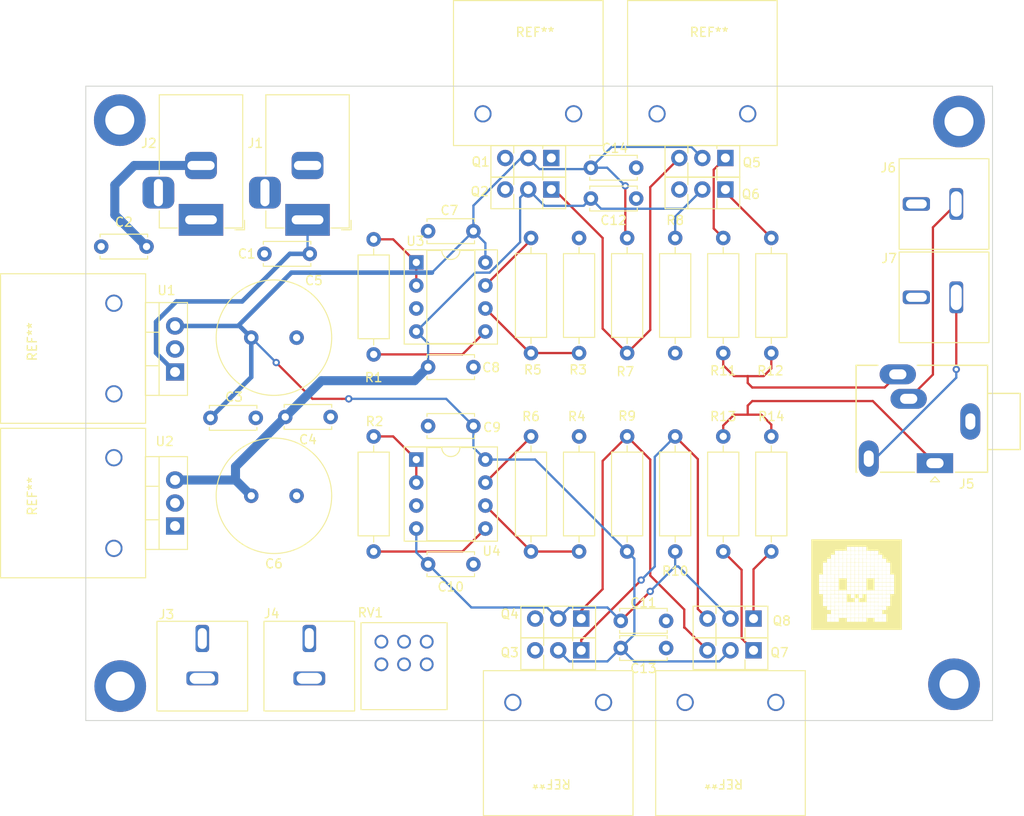
<source format=kicad_pcb>
(kicad_pcb (version 20211014) (generator pcbnew)
  (title_block (title "power_amp") (date "2022-12-12") (company "Mitsuru Sato"))
  (layers (0 "F.Cu" signal) (31 "B.Cu" signal) (34 "B.Paste" user) (35 "F.Paste" user) (36 "B.SilkS" user "B.Silkscreen") (37 "F.SilkS" user "F.Silkscreen") (38 "B.Mask" user) (39 "F.Mask" user) (44 "Edge.Cuts" user))
  (net 0 "")
  (net 1 "+6V")
  (net 2 "GND")
  (net 3 "+5V")
  (net 4 "-6V")
  (net 5 "-5V")
  (net 8 "Net-(J3-Pad1)")
  (net 9 "Net-(J4-Pad1)")
  (net 10 "Net-(J5-PadR)")
  (net 11 "Net-(R5-Pad1)")
  (net 12 "Net-(J5-PadRN)")
  (net 13 "Net-(J5-PadT)")
  (net 14 "Net-(J5-PadTN)")
  (net 15 "Net-(RV1-Pad2)")
  (net 16 "Net-(RV1-Pad5)")
  (net 17 "Net-(Q1-Pad1)")
  (net 18 "Net-(Q1-Pad3)")
  (net 19 "Net-(Q3-Pad1)")
  (net 20 "Net-(Q3-Pad3)")
  (net 21 "Net-(Q7-Pad3)")
  (net 22 "Net-(Q5-Pad1)")
  (net 23 "Net-(Q6-Pad1)")
  (net 24 "Net-(Q7-Pad1)")
  (net 25 "Net-(Q5-Pad3)")
  (net 26 "Net-(Q8-Pad1)")
  (net 27 "Net-(R1-Pad1)")
  (net 28 "Net-(R1-Pad2)")
  (net 29 "Net-(R2-Pad2)")
  (net 30 "Net-(R2-Pad1)")
  (net 31 "Net-(R6-Pad1)")
  (footprint "Package_TO_SOT_THT:TO-126-3_Vertical" (layer "F.Cu") (at 125.64 122.75 180)
    (fp_text reference "Q4" (at 7.89 0.5) (layer "F.SilkS"))
    (fp_text value "Q_PNP_ECB")
    (pad "1" thru_hole rect (at 0 0 180) (size 1.8 1.8) (drill 1) (layers *.Cu *.Mask) (net 21 "Net-(Q7-Pad3)"))
    (pad "2" thru_hole oval (at 2.54 0 180) (size 1.8 1.8) (drill 1) (layers *.Cu *.Mask) (net 5 "-5V"))
    (pad "3" thru_hole oval (at 5.08 0 180) (size 1.8 1.8) (drill 1) (layers *.Cu *.Mask) (net 20 "Net-(Q3-Pad3)"))
  )
  (footprint "Capacitor_THT:C_Disc_D5.0mm_W2.5mm_P5.00mm" (layer "F.Cu") (at 84.75 100.6)
    (fp_text reference "C3" (at 2.6 -2.3) (layer "F.SilkS"))
    (fp_text value "0.1u")
    (pad "1" thru_hole circle (at 0 0) (size 1.6 1.6) (drill 0.8) (layers *.Cu *.Mask) (net 3 "+5V"))
    (pad "2" thru_hole circle (at 5 0) (size 1.6 1.6) (drill 0.8) (layers *.Cu *.Mask) (net 2 "GND"))
  )
  (footprint "Mitsuru:BarrelJack_Horizontal" (layer "F.Cu") (at 83.7075 78.75 -90)
    (fp_text reference "J2" (at -8.45 5.75 180) (layer "F.SilkS"))
    (fp_text value "Barrel_Jack_Switch")
    (pad "1" thru_hole rect (at 0 0 270) (size 3.5 4.9) (drill oval 1 3.5) (layers *.Cu *.Mask) (net 2 "GND"))
    (pad "2" thru_hole roundrect (at -6 0 270) (size 3 3.5) (drill oval 1 3) (layers *.Cu *.Mask) (net 4 "-6V"))
    (pad "3" thru_hole roundrect (at -3 4.7 270) (size 3.5 3.5) (drill oval 3 1) (layers *.Cu *.Mask))
  )
  (footprint "Resistor_THT:R_Axial_DIN0309_L9.0mm_D3.2mm_P12.70mm_Horizontal" (layer "F.Cu") (at 130.7 80.75 -90)
    (fp_text reference "R7" (at 14.75 0.2 180) (layer "F.SilkS"))
    (fp_text value "100")
    (pad "1" thru_hole circle (at 0 0 270) (size 1.6 1.6) (drill 0.8) (layers *.Cu *.Mask) (net 3 "+5V"))
    (pad "2" thru_hole oval (at 12.7 0 270) (size 1.6 1.6) (drill 0.8) (layers *.Cu *.Mask) (net 25 "Net-(Q5-Pad3)"))
  )
  (footprint "Mitsuru:Jack_3.5mm_Ledino_KB3SPRS_Horizontal" (layer "F.Cu") (at 168.55 101 180)
    (fp_text reference "J5" (at 0.4 -6.9) (layer "F.SilkS"))
    (fp_text value "AudioJack3_SwitchTR")
    (pad "R" thru_hole oval (at 8 5.2) (size 4 2.2) (drill oval 1.9 1.1) (layers *.Cu *.Mask) (net 10 "Net-(J5-PadR)"))
    (pad "RN" thru_hole oval (at 6.8 2.5) (size 4 2.2) (drill oval 1.9 1.1) (layers *.Cu *.Mask) (net 12 "Net-(J5-PadRN)"))
    (pad "S" thru_hole oval (at 0 0) (size 2.2 4) (drill oval 1.1 1.8) (layers *.Cu *.Mask) (net 2 "GND"))
    (pad "T" thru_hole rect (at 3.9 -4.6) (size 4 2.2) (drill oval 1.9 1.1) (layers *.Cu *.Mask) (net 13 "Net-(J5-PadT)"))
    (pad "TN" thru_hole oval (at 11.2 -4.1 270) (size 4 2.2) (drill oval 1.8 1.1) (layers *.Cu *.Mask) (net 14 "Net-(J5-PadTN)"))
  )
  (footprint "Mitsuru:MJ_523" (layer "F.Cu") (at 95.65 129.35 90)
    (fp_text reference "J4" (at 7.15 -4.15 unlocked) (layer "F.SilkS"))
    (fp_text value "Conn_Coaxial")
    (pad "1" thru_hole roundrect (at 0 0 90) (size 1.524 3.5) (drill oval 1.2 2.8) (layers *.Cu *.Mask) (net 9 "Net-(J4-Pad1)"))
    (pad "2" thru_hole roundrect (at 4.4 0 180) (size 1.5 3) (drill oval 1 2.3) (layers *.Cu *.Mask) (net 2 "GND"))
  )
  (footprint "Package_DIP:DIP-8_W7.62mm_Socket" (layer "F.Cu") (at 107.45 83.45)
    (fp_text reference "U3" (at -0.1 -2.35) (layer "F.SilkS"))
    (fp_text value "NJM4580")
    (pad "1" thru_hole rect (at 0 0) (size 1.6 1.6) (drill 0.8) (layers *.Cu *.Mask) (net 27 "Net-(R1-Pad1)"))
    (pad "2" thru_hole oval (at 0 2.54) (size 1.6 1.6) (drill 0.8) (layers *.Cu *.Mask) (net 27 "Net-(R1-Pad1)"))
    (pad "3" thru_hole oval (at 0 5.08) (size 1.6 1.6) (drill 0.8) (layers *.Cu *.Mask) (net 15 "Net-(RV1-Pad2)"))
    (pad "4" thru_hole oval (at 0 7.62) (size 1.6 1.6) (drill 0.8) (layers *.Cu *.Mask) (net 5 "-5V"))
    (pad "5" thru_hole oval (at 7.62 7.62) (size 1.6 1.6) (drill 0.8) (layers *.Cu *.Mask) (net 28 "Net-(R1-Pad2)"))
    (pad "6" thru_hole oval (at 7.62 5.08) (size 1.6 1.6) (drill 0.8) (layers *.Cu *.Mask) (net 11 "Net-(R5-Pad1)"))
    (pad "7" thru_hole oval (at 7.62 2.54) (size 1.6 1.6) (drill 0.8) (layers *.Cu *.Mask) (net 18 "Net-(Q1-Pad3)"))
    (pad "8" thru_hole oval (at 7.62 0) (size 1.6 1.6) (drill 0.8) (layers *.Cu *.Mask) (net 3 "+5V"))
  )
  (footprint "Capacitor_THT:C_Disc_D5.0mm_W2.5mm_P5.00mm" (layer "F.Cu") (at 130 126)
    (fp_text reference "C13" (at 2.5 2.25) (layer "F.SilkS"))
    (fp_text value "0.1u")
    (pad "1" thru_hole circle (at 0 0) (size 1.6 1.6) (drill 0.8) (layers *.Cu *.Mask) (net 3 "+5V"))
    (pad "2" thru_hole circle (at 5 0) (size 1.6 1.6) (drill 0.8) (layers *.Cu *.Mask) (net 2 "GND"))
  )
  (footprint "Resistor_THT:R_Axial_DIN0309_L9.0mm_D3.2mm_P12.70mm_Horizontal" (layer "F.Cu") (at 141.3 80.75 -90)
    (fp_text reference "R11" (at 14.65 0 180) (layer "F.SilkS"))
    (fp_text value "0.47")
    (pad "1" thru_hole circle (at 0 0 270) (size 1.6 1.6) (drill 0.8) (layers *.Cu *.Mask) (net 22 "Net-(Q5-Pad1)"))
    (pad "2" thru_hole oval (at 12.7 0 270) (size 1.6 1.6) (drill 0.8) (layers *.Cu *.Mask) (net 10 "Net-(J5-PadR)"))
  )
  (footprint "Mitsuru:16PB017" (layer "F.Cu") (at 123.1 132 180)
    (fp_text reference "REF**" (at 0.75 -9 180 unlocked) (layer "F.SilkS"))
    (fp_text value "16PB017")
    (pad "1" thru_hole circle (at 5 0 180) (size 1.9 1.9) (drill 1.5) (layers F&B.Cu *.Mask))
    (pad "1" thru_hole circle (at -5 0 180) (size 1.9 1.9) (drill 1.5) (layers F&B.Cu *.Mask))
  )
  (footprint "Resistor_THT:R_Axial_DIN0309_L9.0mm_D3.2mm_P12.70mm_Horizontal" (layer "F.Cu") (at 141.3 115.35 90)
    (fp_text reference "R13" (at 14.9 0) (layer "F.SilkS"))
    (fp_text value "0.47")
    (pad "1" thru_hole circle (at 0 0 90) (size 1.6 1.6) (drill 0.8) (layers *.Cu *.Mask) (net 24 "Net-(Q7-Pad1)"))
    (pad "2" thru_hole oval (at 12.7 0 90) (size 1.6 1.6) (drill 0.8) (layers *.Cu *.Mask) (net 13 "Net-(J5-PadT)"))
  )
  (footprint "Capacitor_THT:C_Disc_D5.0mm_W2.5mm_P5.00mm" (layer "F.Cu") (at 108.75 116.75)
    (fp_text reference "C10" (at 2.5 2.5) (layer "F.SilkS"))
    (fp_text value "0.1u")
    (pad "1" thru_hole circle (at 0 0) (size 1.6 1.6) (drill 0.8) (layers *.Cu *.Mask) (net 5 "-5V"))
    (pad "2" thru_hole circle (at 5 0) (size 1.6 1.6) (drill 0.8) (layers *.Cu *.Mask) (net 2 "GND"))
  )
  (footprint "Mitsuru:16PB017" (layer "F.Cu") (at 142.1 132 180)
    (fp_text reference "REF**" (at 0.75 -9 180 unlocked) (layer "F.SilkS"))
    (fp_text value "16PB017")
    (pad "1" thru_hole circle (at 5 0 180) (size 1.9 1.9) (drill 1.5) (layers F&B.Cu *.Mask))
    (pad "1" thru_hole circle (at -5 0 180) (size 1.9 1.9) (drill 1.5) (layers F&B.Cu *.Mask))
  )
  (footprint "Resistor_THT:R_Axial_DIN0309_L9.0mm_D3.2mm_P12.70mm_Horizontal" (layer "F.Cu") (at 102.75 80.9 -90)
    (fp_text reference "R1" (at 15.25 0 180) (layer "F.SilkS"))
    (fp_text value "100")
    (pad "1" thru_hole circle (at 0 0 270) (size 1.6 1.6) (drill 0.8) (layers *.Cu *.Mask) (net 27 "Net-(R1-Pad1)"))
    (pad "2" thru_hole oval (at 12.7 0 270) (size 1.6 1.6) (drill 0.8) (layers *.Cu *.Mask) (net 28 "Net-(R1-Pad2)"))
  )
  (footprint "Capacitor_THT:C_Disc_D5.0mm_W2.5mm_P5.00mm" (layer "F.Cu") (at 72.7 81.7)
    (fp_text reference "C2" (at 2.5 -2.7) (layer "F.SilkS"))
    (fp_text value "0.1u")
    (pad "1" thru_hole circle (at 0 0) (size 1.6 1.6) (drill 0.8) (layers *.Cu *.Mask) (net 2 "GND"))
    (pad "2" thru_hole circle (at 5 0) (size 1.6 1.6) (drill 0.8) (layers *.Cu *.Mask) (net 4 "-6V"))
  )
  (footprint "MountingHole:MountingHole_3.2mm_M3_ISO7380_Pad" (layer "F.Cu") (at 166.75 130)
    (fp_text reference "REF4" hide)
    (fp_text value "MountingHole_3.2mm_M3_ISO7380_Pad" hide)
    (pad "1" thru_hole circle (at 0 0) (size 5.7 5.7) (drill 3.2) (layers *.Cu *.Mask) (net 2 "GND"))
  )
  (footprint "Mitsuru:16PB017" (layer "F.Cu") (at 139 67.05)
    (fp_text reference "REF**" (at 0.75 -9 unlocked) (layer "F.SilkS"))
    (fp_text value "16PB017")
    (pad "1" thru_hole circle (at 5 0) (size 1.9 1.9) (drill 1.5) (layers F&B.Cu *.Mask))
    (pad "1" thru_hole circle (at -5 0) (size 1.9 1.9) (drill 1.5) (layers F&B.Cu *.Mask))
  )
  (footprint "Package_TO_SOT_THT:TO-126-3_Vertical" (layer "F.Cu") (at 122.34 71.925 180)
    (fp_text reference "Q1" (at 7.8 -0.425) (layer "F.SilkS"))
    (fp_text value "Q_NPN_ECB")
    (pad "1" thru_hole rect (at 0 0 180) (size 1.8 1.8) (drill 1) (layers *.Cu *.Mask) (net 17 "Net-(Q1-Pad1)"))
    (pad "2" thru_hole oval (at 2.54 0 180) (size 1.8 1.8) (drill 1) (layers *.Cu *.Mask) (net 3 "+5V"))
    (pad "3" thru_hole oval (at 5.08 0 180) (size 1.8 1.8) (drill 1) (layers *.Cu *.Mask) (net 18 "Net-(Q1-Pad3)"))
  )
  (footprint "Resistor_THT:R_Axial_DIN0309_L9.0mm_D3.2mm_P12.70mm_Horizontal" (layer "F.Cu") (at 102.75 102.65 -90)
    (fp_text reference "R2" (at -1.65 -0.1 180) (layer "F.SilkS"))
    (fp_text value "100")
    (pad "1" thru_hole circle (at 0 0 270) (size 1.6 1.6) (drill 0.8) (layers *.Cu *.Mask) (net 30 "Net-(R2-Pad1)"))
    (pad "2" thru_hole oval (at 12.7 0 270) (size 1.6 1.6) (drill 0.8) (layers *.Cu *.Mask) (net 29 "Net-(R2-Pad2)"))
  )
  (footprint "Resistor_THT:R_Axial_DIN0309_L9.0mm_D3.2mm_P12.70mm_Horizontal" (layer "F.Cu") (at 130.7 115.35 90)
    (fp_text reference "R9" (at 14.95 0 180) (layer "F.SilkS"))
    (fp_text value "100")
    (pad "1" thru_hole circle (at 0 0 90) (size 1.6 1.6) (drill 0.8) (layers *.Cu *.Mask) (net 3 "+5V"))
    (pad "2" thru_hole oval (at 12.7 0 90) (size 1.6 1.6) (drill 0.8) (layers *.Cu *.Mask) (net 21 "Net-(Q7-Pad3)"))
  )
  (footprint "Package_TO_SOT_THT:TO-126-3_Vertical" (layer "F.Cu") (at 141.54 71.925 180)
    (fp_text reference "Q5" (at -2.9 -0.5) (layer "F.SilkS"))
    (fp_text value "Q_NPN_ECB")
    (pad "1" thru_hole rect (at 0 0 180) (size 1.8 1.8) (drill 1) (layers *.Cu *.Mask) (net 22 "Net-(Q5-Pad1)"))
    (pad "2" thru_hole oval (at 2.54 0 180) (size 1.8 1.8) (drill 1) (layers *.Cu *.Mask) (net 3 "+5V"))
    (pad "3" thru_hole oval (at 5.08 0 180) (size 1.8 1.8) (drill 1) (layers *.Cu *.Mask) (net 25 "Net-(Q5-Pad3)"))
  )
  (footprint "Capacitor_THT:C_Disc_D5.0mm_W2.5mm_P5.00mm" (layer "F.Cu") (at 95.7 82.5 180)
    (fp_text reference "C1" (at 6.95 0) (layer "F.SilkS"))
    (fp_text value "0.1u")
    (pad "1" thru_hole circle (at 0 0 180) (size 1.6 1.6) (drill 0.8) (layers *.Cu *.Mask) (net 1 "+6V"))
    (pad "2" thru_hole circle (at 5 0 180) (size 1.6 1.6) (drill 0.8) (layers *.Cu *.Mask) (net 2 "GND"))
  )
  (footprint "Capacitor_THT:C_Disc_D5.0mm_W2.5mm_P5.00mm" (layer "F.Cu") (at 113.75 101.5 180)
    (fp_text reference "C9" (at -2.05 -0.15) (layer "F.SilkS"))
    (fp_text value "0.1u")
    (pad "1" thru_hole circle (at 0 0 180) (size 1.6 1.6) (drill 0.8) (layers *.Cu *.Mask) (net 3 "+5V"))
    (pad "2" thru_hole circle (at 5 0 180) (size 1.6 1.6) (drill 0.8) (layers *.Cu *.Mask) (net 2 "GND"))
  )
  (footprint "Package_TO_SOT_THT:TO-126-3_Vertical" (layer "F.Cu") (at 144.64 126.25 180)
    (fp_text reference "Q7" (at -2.86 -0.25) (layer "F.SilkS"))
    (fp_text value "Q_NPN_ECB")
    (pad "1" thru_hole rect (at 0 0 180) (size 1.8 1.8) (drill 1) (layers *.Cu *.Mask) (net 24 "Net-(Q7-Pad1)"))
    (pad "2" thru_hole oval (at 2.54 0 180) (size 1.8 1.8) (drill 1) (layers *.Cu *.Mask) (net 3 "+5V"))
    (pad "3" thru_hole oval (at 5.08 0 180) (size 1.8 1.8) (drill 1) (layers *.Cu *.Mask) (net 21 "Net-(Q7-Pad3)"))
  )
  (footprint "Capacitor_THT:C_Disc_D5.0mm_W2.5mm_P5.00mm" (layer "F.Cu") (at 108.75 95)
    (fp_text reference "C8" (at 6.95 0.05) (layer "F.SilkS"))
    (fp_text value "0.1u")
    (pad "1" thru_hole circle (at 0 0) (size 1.6 1.6) (drill 0.8) (layers *.Cu *.Mask) (net 5 "-5V"))
    (pad "2" thru_hole circle (at 5 0) (size 1.6 1.6) (drill 0.8) (layers *.Cu *.Mask) (net 2 "GND"))
  )
  (footprint "Package_TO_SOT_THT:TO-220-3_Vertical" (layer "F.Cu") (at 80.845 112.54 90)
    (fp_text reference "U2" (at 9.34 -1.145 180) (layer "F.SilkS"))
    (fp_text value "L7905")
    (pad "1" thru_hole rect (at 0 0 90) (size 1.905 2) (drill 1.1) (layers *.Cu *.Mask) (net 2 "GND"))
    (pad "2" thru_hole oval (at 2.54 0 90) (size 1.905 2) (drill 1.1) (layers *.Cu *.Mask) (net 4 "-6V"))
    (pad "3" thru_hole oval (at 5.08 0 90) (size 1.905 2) (drill 1.1) (layers *.Cu *.Mask) (net 5 "-5V"))
  )
  (footprint "Package_TO_SOT_THT:TO-126-3_Vertical" (layer "F.Cu") (at 122.34 75.4 180)
    (fp_text reference "Q2" (at 7.9 -0.225) (layer "F.SilkS"))
    (fp_text value "Q_PNP_ECB")
    (pad "1" thru_hole rect (at 0 0 180) (size 1.8 1.8) (drill 1) (layers *.Cu *.Mask) (net 25 "Net-(Q5-Pad3)"))
    (pad "2" thru_hole oval (at 2.54 0 180) (size 1.8 1.8) (drill 1) (layers *.Cu *.Mask) (net 5 "-5V"))
    (pad "3" thru_hole oval (at 5.08 0 180) (size 1.8 1.8) (drill 1) (layers *.Cu *.Mask) (net 18 "Net-(Q1-Pad3)"))
  )
  (footprint "Package_TO_SOT_THT:TO-126-3_Vertical" (layer "F.Cu") (at 141.54 75.4 180)
    (fp_text reference "Q6" (at -2.8 -0.525) (layer "F.SilkS"))
    (fp_text value "Q_PNP_ECB")
    (pad "1" thru_hole rect (at 0 0 180) (size 1.8 1.8) (drill 1) (layers *.Cu *.Mask) (net 23 "Net-(Q6-Pad1)"))
    (pad "2" thru_hole oval (at 2.54 0 180) (size 1.8 1.8) (drill 1) (layers *.Cu *.Mask) (net 5 "-5V"))
    (pad "3" thru_hole oval (at 5.08 0 180) (size 1.8 1.8) (drill 1) (layers *.Cu *.Mask) (net 17 "Net-(Q1-Pad1)"))
  )
  (footprint "Mitsuru:MJ_523" (layer "F.Cu") (at 167 77 180)
    (fp_text reference "J6" (at 7.5 4 unlocked) (layer "F.SilkS"))
    (fp_text value "Conn_Coaxial")
    (pad "1" thru_hole roundrect (at 0 0 180) (size 1.524 3.5) (drill oval 1.2 2.8) (layers *.Cu *.Mask) (net 12 "Net-(J5-PadRN)"))
    (pad "2" thru_hole roundrect (at 4.4 0 270) (size 1.5 3) (drill oval 1 2.3) (layers *.Cu *.Mask) (net 2 "GND"))
  )
  (footprint "Mitsuru:2_volume" (layer "F.Cu") (at 106.1 127.8 -90)
    (fp_text reference "RV1" (at -5.7 3.7 unlocked) (layer "F.SilkS"))
    (fp_text value "R_Potentiometer_Dual_Separate")
    (pad "1" thru_hole circle (at 0 2.5 270) (size 1.524 1.524) (drill 1.1) (layers *.Cu *.Mask) (net 8 "Net-(J3-Pad1)"))
    (pad "2" thru_hole circle (at 0 0 270) (size 1.524 1.524) (drill 1.1) (layers *.Cu *.Mask) (net 15 "Net-(RV1-Pad2)"))
    (pad "3" thru_hole circle (at 0 -2.5 270) (size 1.524 1.524) (drill 1.1) (layers *.Cu *.Mask) (net 2 "GND"))
    (pad "4" thru_hole circle (at -2.5 2.5 270) (size 1.524 1.524) (drill 1.1) (layers *.Cu *.Mask) (net 9 "Net-(J4-Pad1)"))
    (pad "5" thru_hole circle (at -2.5 0 270) (size 1.524 1.524) (drill 1.1) (layers *.Cu *.Mask) (net 16 "Net-(RV1-Pad5)"))
    (pad "6" thru_hole circle (at -2.5 -2.5 270) (size 1.524 1.524) (drill 1.1) (layers *.Cu *.Mask) (net 2 "GND"))
  )
  (footprint "MountingHole:MountingHole_3.2mm_M3_ISO7380_Pad" (layer "F.Cu") (at 74.8 130.2)
    (fp_text reference "REF3" hide)
    (fp_text value "MountingHole_3.2mm_M3_ISO7380_Pad" hide)
    (pad "1" thru_hole circle (at 0 0) (size 5.7 5.7) (drill 3.2) (layers *.Cu *.Mask) (net 2 "GND"))
  )
  (footprint "Capacitor_THT:C_Radial_D12.5mm_H20.0mm_P5.00mm" (layer "F.Cu") (at 89.25 91.75)
    (fp_text reference "C5" (at 6.9 -6.3) (layer "F.SilkS"))
    (fp_text value "1000u")
    (pad "1" thru_hole circle (at 0 0) (size 1.6 1.6) (drill 0.8) (layers *.Cu *.Mask) (net 3 "+5V"))
    (pad "2" thru_hole circle (at 5 0) (size 1.6 1.6) (drill 0.8) (layers *.Cu *.Mask) (net 2 "GND"))
  )
  (footprint "Resistor_THT:R_Axial_DIN0309_L9.0mm_D3.2mm_P12.70mm_Horizontal" (layer "F.Cu") (at 120.1 115.35 90)
    (fp_text reference "R6" (at 14.9 0 180) (layer "F.SilkS"))
    (fp_text value "10k")
    (pad "1" thru_hole circle (at 0 0 90) (size 1.6 1.6) (drill 0.8) (layers *.Cu *.Mask) (net 31 "Net-(R6-Pad1)"))
    (pad "2" thru_hole oval (at 12.7 0 90) (size 1.6 1.6) (drill 0.8) (layers *.Cu *.Mask) (net 20 "Net-(Q3-Pad3)"))
  )
  (footprint "Mitsuru:MJ_523" (layer "F.Cu") (at 83.85 129.35 90)
    (fp_text reference "J3" (at 7.05 -3.95 unlocked) (layer "F.SilkS"))
    (fp_text value "Conn_Coaxial")
    (pad "1" thru_hole roundrect (at 0 0 90) (size 1.524 3.5) (drill oval 1.2 2.8) (layers *.Cu *.Mask) (net 8 "Net-(J3-Pad1)"))
    (pad "2" thru_hole roundrect (at 4.4 0 180) (size 1.5 3) (drill oval 1 2.3) (layers *.Cu *.Mask) (net 2 "GND"))
  )
  (footprint "Capacitor_THT:C_Disc_D5.0mm_W2.5mm_P5.00mm" (layer "F.Cu") (at 126.7 76.4)
    (fp_text reference "C12" (at 2.5 2.4) (layer "F.SilkS"))
    (fp_text value "0.1u")
    (pad "1" thru_hole circle (at 0 0) (size 1.6 1.6) (drill 0.8) (layers *.Cu *.Mask) (net 5 "-5V"))
    (pad "2" thru_hole circle (at 5 0) (size 1.6 1.6) (drill 0.8) (layers *.Cu *.Mask) (net 2 "GND"))
  )
  (footprint "Mitsuru:16PB017" (layer "F.Cu") (at 74.1 110 90)
    (fp_text reference "REF**" (at 0.75 -9 90 unlocked) (layer "F.SilkS"))
    (fp_text value "16PB017")
    (pad "1" thru_hole circle (at -5 0 90) (size 1.9 1.9) (drill 1.5) (layers *.Cu *.Mask))
    (pad "1" thru_hole circle (at 5 0 90) (size 1.9 1.9) (drill 1.5) (layers *.Mask "F.Cu" "In1.Cu" "B.Cu"))
  )
  (footprint "Resistor_THT:R_Axial_DIN0309_L9.0mm_D3.2mm_P12.70mm_Horizontal" (layer "F.Cu") (at 125.4 93.45 90)
    (fp_text reference "R3" (at -1.85 -0.1 180) (layer "F.SilkS"))
    (fp_text value "1k")
    (pad "1" thru_hole circle (at 0 0 90) (size 1.6 1.6) (drill 0.8) (layers *.Cu *.Mask) (net 11 "Net-(R5-Pad1)"))
    (pad "2" thru_hole oval (at 12.7 0 90) (size 1.6 1.6) (drill 0.8) (layers *.Cu *.Mask) (net 2 "GND"))
  )
  (footprint "Resistor_THT:R_Axial_DIN0309_L9.0mm_D3.2mm_P12.70mm_Horizontal" (layer "F.Cu") (at 136 102.65 -90)
    (fp_text reference "R10" (at 14.85 0) (layer "F.SilkS"))
    (fp_text value "100")
    (pad "1" thru_hole circle (at 0 0 270) (size 1.6 1.6) (drill 0.8) (layers *.Cu *.Mask) (net 19 "Net-(Q3-Pad1)"))
    (pad "2" thru_hole oval (at 12.7 0 270) (size 1.6 1.6) (drill 0.8) (layers *.Cu *.Mask) (net 5 "-5V"))
  )
  (footprint "Mitsuru:16PB017" (layer "F.Cu") (at 74.1 92.95 90)
    (fp_text reference "REF**" (at 0.75 -9 90 unlocked) (layer "F.SilkS"))
    (fp_text value "16PB017")
    (pad "1" thru_hole circle (at 5 0 90) (size 1.9 1.9) (drill 1.5) (layers F&B.Cu *.Mask))
    (pad "1" thru_hole circle (at -5 0 90) (size 1.9 1.9) (drill 1.5) (layers F&B.Cu *.Mask))
  )
  (footprint "Mitsuru:donnchann" (layer "F.Cu") (at 156 119)
    (fp_text reference "G***" hide)
    (fp_text value "LOGO" hide)
  )
  (footprint "Capacitor_THT:C_Disc_D5.0mm_W2.5mm_P5.00mm" (layer "F.Cu") (at 126.7 73)
    (fp_text reference "C14" (at 2.65 -2.15) (layer "F.SilkS"))
    (fp_text value "0.1u")
    (pad "1" thru_hole circle (at 0 0) (size 1.6 1.6) (drill 0.8) (layers *.Cu *.Mask) (net 3 "+5V"))
    (pad "2" thru_hole circle (at 5 0) (size 1.6 1.6) (drill 0.8) (layers *.Cu *.Mask) (net 2 "GND"))
  )
  (footprint "Mitsuru:BarrelJack_Horizontal" (layer "F.Cu") (at 95.4575 78.75 -90)
    (fp_text reference "J1" (at -8.45 5.75 180) (layer "F.SilkS"))
    (fp_text value "Barrel_Jack_Switch")
    (pad "1" thru_hole rect (at 0 0 270) (size 3.5 4.9) (drill oval 1 3.5) (layers *.Cu *.Mask) (net 1 "+6V"))
    (pad "2" thru_hole roundrect (at -6 0 270) (size 3 3.5) (drill oval 1 3) (layers *.Cu *.Mask) (net 2 "GND"))
    (pad "3" thru_hole roundrect (at -3 4.7 270) (size 3.5 3.5) (drill oval 3 1) (layers *.Cu *.Mask))
  )
  (footprint "Capacitor_THT:C_Radial_D12.5mm_H20.0mm_P5.00mm" (layer "F.Cu") (at 94.25 109.2 180)
    (fp_text reference "C6" (at 2.5 -7.5) (layer "F.SilkS"))
    (fp_text value "1000u")
    (pad "1" thru_hole circle (at 0 0 180) (size 1.6 1.6) (drill 0.8) (layers *.Cu *.Mask) (net 2 "GND"))
    (pad "2" thru_hole circle (at 5 0 180) (size 1.6 1.6) (drill 0.8) (layers *.Cu *.Mask) (net 5 "-5V"))
  )
  (footprint "Capacitor_THT:C_Disc_D5.0mm_W2.5mm_P5.00mm" (layer "F.Cu") (at 113.75 80 180)
    (fp_text reference "C7" (at 2.65 2.3) (layer "F.SilkS"))
    (fp_text value "0.1u")
    (pad "1" thru_hole circle (at 0 0 180) (size 1.6 1.6) (drill 0.8) (layers *.Cu *.Mask) (net 3 "+5V"))
    (pad "2" thru_hole circle (at 5 0 180) (size 1.6 1.6) (drill 0.8) (layers *.Cu *.Mask) (net 2 "GND"))
  )
  (footprint "Package_TO_SOT_THT:TO-126-3_Vertical" (layer "F.Cu") (at 144.64 122.75 180)
    (fp_text reference "Q8" (at -3.11 -0.25) (layer "F.SilkS"))
    (fp_text value "Q_PNP_ECB")
    (pad "1" thru_hole rect (at 0 0 180) (size 1.8 1.8) (drill 1) (layers *.Cu *.Mask) (net 26 "Net-(Q8-Pad1)"))
    (pad "2" thru_hole oval (at 2.54 0 180) (size 1.8 1.8) (drill 1) (layers *.Cu *.Mask) (net 5 "-5V"))
    (pad "3" thru_hole oval (at 5.08 0 180) (size 1.8 1.8) (drill 1) (layers *.Cu *.Mask) (net 19 "Net-(Q3-Pad1)"))
  )
  (footprint "Package_TO_SOT_THT:TO-126-3_Vertical" (layer "F.Cu") (at 125.64 126.25 180)
    (fp_text reference "Q3" (at 7.89 -0.25) (layer "F.SilkS"))
    (fp_text value "Q_NPN_ECB")
    (pad "1" thru_hole rect (at 0 0 180) (size 1.8 1.8) (drill 1) (layers *.Cu *.Mask) (net 19 "Net-(Q3-Pad1)"))
    (pad "2" thru_hole oval (at 2.54 0 180) (size 1.8 1.8) (drill 1) (layers *.Cu *.Mask) (net 3 "+5V"))
    (pad "3" thru_hole oval (at 5.08 0 180) (size 1.8 1.8) (drill 1) (layers *.Cu *.Mask) (net 20 "Net-(Q3-Pad3)"))
  )
  (footprint "MountingHole:MountingHole_3.2mm_M3_ISO7380_Pad" (layer "F.Cu") (at 167.3 67.9)
    (fp_text reference "REF2" hide)
    (fp_text value "MountingHole_3.2mm_M3_ISO7380_Pad" hide)
    (pad "1" thru_hole circle (at 0 0) (size 5.7 5.7) (drill 3.2) (layers *.Cu *.Mask) (net 2 "GND"))
  )
  (footprint "MountingHole:MountingHole_3.2mm_M3_ISO7380_Pad" (layer "F.Cu") (at 74.75 67.75)
    (fp_text reference "REF1" hide)
    (fp_text value "MountingHole_3.2mm_M3_ISO7380_Pad" hide)
    (pad "1" thru_hole circle (at 0 0) (size 5.7 5.7) (drill 3.2) (layers *.Cu *.Mask) (net 2 "GND"))
  )
  (footprint "Resistor_THT:R_Axial_DIN0309_L9.0mm_D3.2mm_P12.70mm_Horizontal" (layer "F.Cu") (at 120.1 93.45 90)
    (fp_text reference "R5" (at -1.85 0.2 180) (layer "F.SilkS"))
    (fp_text value "10k")
    (pad "1" thru_hole circle (at 0 0 90) (size 1.6 1.6) (drill 0.8) (layers *.Cu *.Mask) (net 11 "Net-(R5-Pad1)"))
    (pad "2" thru_hole oval (at 12.7 0 90) (size 1.6 1.6) (drill 0.8) (layers *.Cu *.Mask) (net 18 "Net-(Q1-Pad3)"))
  )
  (footprint "Mitsuru:16PB017" (layer "F.Cu") (at 119.8 67.05)
    (fp_text reference "REF**" (at 0.75 -9 unlocked) (layer "F.SilkS"))
    (fp_text value "16PB017")
    (pad "1" thru_hole circle (at 5 0) (size 1.9 1.9) (drill 1.5) (layers *.Mask "F.Cu" "In1.Cu" "B.Cu"))
    (pad "1" thru_hole circle (at -5 0) (size 1.9 1.9) (drill 1.5) (layers *.Cu *.Mask))
  )
  (footprint "Package_DIP:DIP-8_W7.62mm_Socket" (layer "F.Cu") (at 107.45 105.2)
    (fp_text reference "U4" (at 8.3 10.1) (layer "F.SilkS"))
    (fp_text value "NJM4580")
    (pad "1" thru_hole rect (at 0 0) (size 1.6 1.6) (drill 0.8) (layers *.Cu *.Mask) (net 30 "Net-(R2-Pad1)"))
    (pad "2" thru_hole oval (at 0 2.54) (size 1.6 1.6) (drill 0.8) (layers *.Cu *.Mask) (net 30 "Net-(R2-Pad1)"))
    (pad "3" thru_hole oval (at 0 5.08) (size 1.6 1.6) (drill 0.8) (layers *.Cu *.Mask) (net 16 "Net-(RV1-Pad5)"))
    (pad "4" thru_hole oval (at 0 7.62) (size 1.6 1.6) (drill 0.8) (layers *.Cu *.Mask) (net 5 "-5V"))
    (pad "5" thru_hole oval (at 7.62 7.62) (size 1.6 1.6) (drill 0.8) (layers *.Cu *.Mask) (net 29 "Net-(R2-Pad2)"))
    (pad "6" thru_hole oval (at 7.62 5.08) (size 1.6 1.6) (drill 0.8) (layers *.Cu *.Mask) (net 31 "Net-(R6-Pad1)"))
    (pad "7" thru_hole oval (at 7.62 2.54) (size 1.6 1.6) (drill 0.8) (layers *.Cu *.Mask) (net 20 "Net-(Q3-Pad3)"))
    (pad "8" thru_hole oval (at 7.62 0) (size 1.6 1.6) (drill 0.8) (layers *.Cu *.Mask) (net 3 "+5V"))
  )
  (footprint "Capacitor_THT:C_Disc_D5.0mm_W2.5mm_P5.00mm" (layer "F.Cu") (at 98 100.5 180)
    (fp_text reference "C4" (at 2.5 -2.5) (layer "F.SilkS"))
    (fp_text value "0.1u")
    (pad "1" thru_hole circle (at 0 0 180) (size 1.6 1.6) (drill 0.8) (layers *.Cu *.Mask) (net 2 "GND"))
    (pad "2" thru_hole circle (at 5 0 180) (size 1.6 1.6) (drill 0.8) (layers *.Cu *.Mask) (net 5 "-5V"))
  )
  (footprint "Resistor_THT:R_Axial_DIN0309_L9.0mm_D3.2mm_P12.70mm_Horizontal" (layer "F.Cu") (at 146.6 93.45 90)
    (fp_text reference "R12" (at -1.95 -0.1 180) (layer "F.SilkS"))
    (fp_text value "0.47")
    (pad "1" thru_hole circle (at 0 0 90) (size 1.6 1.6) (drill 0.8) (layers *.Cu *.Mask) (net 10 "Net-(J5-PadR)"))
    (pad "2" thru_hole oval (at 12.7 0 90) (size 1.6 1.6) (drill 0.8) (layers *.Cu *.Mask) (net 23 "Net-(Q6-Pad1)"))
  )
  (footprint "Mitsuru:MJ_523" (layer "F.Cu") (at 167 87.3 180)
    (fp_text reference "J7" (at 7.4 4.3 unlocked) (layer "F.SilkS"))
    (fp_text value "Conn_Coaxial")
    (pad "1" thru_hole roundrect (at 0 0 180) (size 1.524 3.5) (drill oval 1.2 2.8) (layers *.Cu *.Mask) (net 14 "Net-(J5-PadTN)"))
    (pad "2" thru_hole roundrect (at 4.4 0 270) (size 1.5 3) (drill oval 1 2.3) (layers *.Cu *.Mask) (net 2 "GND"))
  )
  (footprint "Capacitor_THT:C_Disc_D5.0mm_W2.5mm_P5.00mm" (layer "F.Cu") (at 130 123)
    (fp_text reference "C11" (at 2.5 -2) (layer "F.SilkS"))
    (fp_text value "0.1u")
    (pad "1" thru_hole circle (at 0 0) (size 1.6 1.6) (drill 0.8) (layers *.Cu *.Mask) (net 5 "-5V"))
    (pad "2" thru_hole circle (at 5 0) (size 1.6 1.6) (drill 0.8) (layers *.Cu *.Mask) (net 2 "GND"))
  )
  (footprint "Resistor_THT:R_Axial_DIN0309_L9.0mm_D3.2mm_P12.70mm_Horizontal" (layer "F.Cu") (at 125.4 115.35 90)
    (fp_text reference "R4" (at 14.9 -0.25 180) (layer "F.SilkS"))
    (fp_text value "1k")
    (pad "1" thru_hole circle (at 0 0 90) (size 1.6 1.6) (drill 0.8) (layers *.Cu *.Mask) (net 31 "Net-(R6-Pad1)"))
    (pad "2" thru_hole oval (at 12.7 0 90) (size 1.6 1.6) (drill 0.8) (layers *.Cu *.Mask) (net 2 "GND"))
  )
  (footprint "Resistor_THT:R_Axial_DIN0309_L9.0mm_D3.2mm_P12.70mm_Horizontal" (layer "F.Cu") (at 136 93.45 90)
    (fp_text reference "R8" (at 14.65 0) (layer "F.SilkS"))
    (fp_text value "100")
    (pad "1" thru_hole circle (at 0 0 90) (size 1.6 1.6) (drill 0.8) (layers *.Cu *.Mask) (net 17 "Net-(Q1-Pad1)"))
    (pad "2" thru_hole oval (at 12.7 0 90) (size 1.6 1.6) (drill 0.8) (layers *.Cu *.Mask) (net 5 "-5V"))
  )
  (footprint "Package_TO_SOT_THT:TO-220-3_Vertical" (layer "F.Cu") (at 80.845 95.54 90)
    (fp_text reference "U1" (at 9 -0.9495 180) (layer "F.SilkS"))
    (fp_text value "L7805")
    (pad "1" thru_hole rect (at 0 0 90) (size 1.905 2) (drill 1.1) (layers *.Cu *.Mask) (net 1 "+6V"))
    (pad "2" thru_hole oval (at 2.54 0 90) (size 1.905 2) (drill 1.1) (layers *.Cu *.Mask) (net 2 "GND"))
    (pad "3" thru_hole oval (at 5.08 0 90) (size 1.905 2) (drill 1.1) (layers *.Cu *.Mask) (net 3 "+5V"))
  )
  (footprint "Resistor_THT:R_Axial_DIN0309_L9.0mm_D3.2mm_P12.70mm_Horizontal" (layer "F.Cu") (at 146.6 102.65 -90)
    (fp_text reference "R14" (at -2.2 0) (layer "F.SilkS"))
    (fp_text value "0.47")
    (pad "1" thru_hole circle (at 0 0 270) (size 1.6 1.6) (drill 0.8) (layers *.Cu *.Mask) (net 13 "Net-(J5-PadT)"))
    (pad "2" thru_hole oval (at 12.7 0 270) (size 1.6 1.6) (drill 0.8) (layers *.Cu *.Mask) (net 26 "Net-(Q8-Pad1)"))
  )
  (gr_line (start 71 64) (end 171 64) (layer "Edge.Cuts") (width 0.1))
  (gr_line (start 171 134) (end 171 64) (layer "Edge.Cuts") (width 0.1))
  (gr_line (start 71 134) (end 71 64) (layer "Edge.Cuts") (width 0.1))
  (gr_line (start 71 134) (end 171 134) (layer "Edge.Cuts") (width 0.1))
  (segment (start 78.75 93.445) (end 80.845 95.54) (width 0.5) (layer "B.Cu") (net 1))
  (segment (start 88.25 87.75) (end 81 87.75) (width 0.5) (layer "B.Cu") (net 1))
  (segment (start 93.5 82.5) (end 88.25 87.75) (width 0.5) (layer "B.Cu") (net 1))
  (segment (start 95.4575 82.2575) (end 95.7 82.5) (width 0.25) (layer "B.Cu") (net 1))
  (segment (start 81 87.75) (end 78.75 90) (width 0.5) (layer "B.Cu") (net 1))
  (segment (start 95.7 82.5) (end 93.5 82.5) (width 0.5) (layer "B.Cu") (net 1))
  (segment (start 78.75 90) (end 78.75 93.445) (width 0.5) (layer "B.Cu") (net 1))
  (segment (start 95.4575 78.75) (end 95.4575 82.2575) (width 0.25) (layer "B.Cu") (net 1))
  (segment (start 130.5 75) (end 130.5 80.55) (width 0.25) (layer "F.Cu") (net 3))
  (segment (start 130.5 80.55) (end 130.7 80.75) (width 0.25) (layer "F.Cu") (net 3))
  (segment (start 96 98.5) (end 99.25 98.5) (width 0.25) (layer "F.Cu") (net 3))
  (segment (start 92 94.5) (end 96 98.5) (width 0.25) (layer "F.Cu") (net 3))
  (segment (start 99.25 98.5) (end 100 98.5) (width 0.25) (layer "F.Cu") (net 3))
  (via (at 100 98.5) (size 0.8) (drill 0.4) (layers "F.Cu" "B.Cu") (net 3))
  (via (at 130.5 75) (size 0.8) (drill 0.4) (layers "F.Cu" "B.Cu") (net 3))
  (via (at 100 98.5) (size 0.8) (drill 0.4) (layers "F.Cu" "B.Cu") (net 3))
  (via (at 92 94.5) (size 0.8) (drill 0.4) (layers "F.Cu" "B.Cu") (net 3))
  (segment (start 123.1 126.25) (end 124.325 127.475) (width 0.25) (layer "B.Cu") (net 3))
  (segment (start 131.475 127.475) (end 140.875 127.475) (width 0.25) (layer "B.Cu") (net 3))
  (segment (start 131.499999 124.500001) (end 130 126) (width 0.25) (layer "B.Cu") (net 3))
  (segment (start 115.07 81.32) (end 113.75 80) (width 0.25) (layer "B.Cu") (net 3))
  (segment (start 87.79 90.46) (end 93.675 84.575) (width 0.5) (layer "B.Cu") (net 3))
  (segment (start 140.875 127.475) (end 142.1 126.25) (width 0.25) (layer "B.Cu") (net 3))
  (segment (start 128.525 127.475) (end 130 126) (width 0.25) (layer "B.Cu") (net 3))
  (segment (start 129 70.7) (end 137.775 70.7) (width 0.25) (layer "B.Cu") (net 3))
  (segment (start 126.7 73) (end 129 70.7) (width 0.25) (layer "B.Cu") (net 3))
  (segment (start 115.07 105.2) (end 120.55 105.2) (width 0.25) (layer "B.Cu") (net 3))
  (segment (start 113.75 103.88) (end 115.07 105.2) (width 0.25) (layer "B.Cu") (net 3))
  (segment (start 119.8 71.925) (end 121.025 73.15) (width 0.25) (layer "B.Cu") (net 3))
  (segment (start 80.845 90.46) (end 87.79 90.46) (width 0.5) (layer "B.Cu") (net 3))
  (segment (start 110.75 98.5) (end 113.75 101.5) (width 0.25) (layer "B.Cu") (net 3))
  (segment (start 126.55 73.15) (end 126.7 73) (width 0.25) (layer "B.Cu") (net 3))
  (segment (start 113.75 77.177588) (end 119.002588 71.925) (width 0.25) (layer "B.Cu") (net 3))
  (segment (start 120.55 105.2) (end 130.7 115.35) (width 0.25) (layer "B.Cu") (net 3))
  (segment (start 124.325 127.475) (end 128.525 127.475) (width 0.25) (layer "B.Cu") (net 3))
  (segment (start 131.499999 116.149999) (end 131.499999 124.500001) (width 0.25) (layer "B.Cu") (net 3))
  (segment (start 121.025 73.15) (end 126.55 73.15) (width 0.25) (layer "B.Cu") (net 3))
  (segment (start 89.25 91.75) (end 92 94.5) (width 0.25) (layer "B.Cu") (net 3))
  (segment (start 113.75 101.5) (end 113.75 103.88) (width 0.25) (layer "B.Cu") (net 3))
  (segment (start 130.7 115.35) (end 131.499999 116.149999) (width 0.25) (layer "B.Cu") (net 3))
  (segment (start 100 98.5) (end 110.75 98.5) (width 0.25) (layer "B.Cu") (net 3))
  (segment (start 89.25 91.75) (end 89.25 96.1) (width 0.5) (layer "B.Cu") (net 3))
  (segment (start 109.175 84.575) (end 113.75 80) (width 0.25) (layer "B.Cu") (net 3))
  (segment (start 126.7 73) (end 128.5 73) (width 0.25) (layer "B.Cu") (net 3))
  (segment (start 128.5 73) (end 130.5 75) (width 0.25) (layer "B.Cu") (net 3))
  (segment (start 87.96 90.46) (end 89.25 91.75) (width 0.5) (layer "B.Cu") (net 3))
  (segment (start 115.07 83.45) (end 115.07 81.32) (width 0.25) (layer "B.Cu") (net 3))
  (segment (start 137.775 70.7) (end 139 71.925) (width 0.25) (layer "B.Cu") (net 3))
  (segment (start 113.75 80) (end 113.75 77.177588) (width 0.25) (layer "B.Cu") (net 3))
  (segment (start 130 126) (end 131.475 127.475) (width 0.25) (layer "B.Cu") (net 3))
  (segment (start 119.002588 71.925) (end 119.8 71.925) (width 0.25) (layer "B.Cu") (net 3))
  (segment (start 93.675 84.575) (end 109.175 84.575) (width 0.5) (layer "B.Cu") (net 3))
  (segment (start 89.25 96.1) (end 84.75 100.6) (width 0.5) (layer "B.Cu") (net 3))
  (segment (start 83.7075 72.75) (end 76.35 72.75) (width 1) (layer "B.Cu") (net 4))
  (segment (start 74.2 78.2) (end 77.7 81.7) (width 1) (layer "B.Cu") (net 4))
  (segment (start 76.35 72.75) (end 74.2 74.9) (width 1) (layer "B.Cu") (net 4))
  (segment (start 74.2 74.9) (end 74.2 78.2) (width 1) (layer "B.Cu") (net 4))
  (segment (start 130 123) (end 133.25 119.75) (width 0.25) (layer "F.Cu") (net 5))
  (via (at 133.25 119.75) (size 0.8) (drill 0.4) (layers "F.Cu" "B.Cu") (net 5))
  (segment (start 87.51 105.99) (end 87.51 107.46) (width 1) (layer "B.Cu") (net 5))
  (segment (start 118.9 76.3) (end 119.8 75.4) (width 0.25) (layer "B.Cu") (net 5))
  (segment (start 136 117) (end 136.35 117) (width 0.25) (layer "B.Cu") (net 5))
  (segment (start 97 96.5) (end 107.25 96.5) (width 1) (layer "B.Cu") (net 5))
  (segment (start 136.35 117) (end 142.1 122.75) (width 0.25) (layer "B.Cu") (net 5))
  (segment (start 80.845 107.46) (end 87.51 107.46) (width 1) (layer "B.Cu") (net 5))
  (segment (start 133.25 119.75) (end 136 117) (width 0.25) (layer "B.Cu") (net 5))
  (segment (start 136 117) (end 136 115.35) (width 0.25) (layer "B.Cu") (net 5))
  (segment (start 127.825 77.525) (end 136.875 77.525) (width 0.25) (layer "B.Cu") (net 5))
  (segment (start 121.599999 77.199999) (end 125.900001 77.199999) (width 0.25) (layer "B.Cu") (net 5))
  (segment (start 124.325 121.525) (end 128.525 121.525) (width 0.25) (layer "B.Cu") (net 5))
  (segment (start 119.8 75.4) (end 121.599999 77.199999) (width 0.25) (layer "B.Cu") (net 5))
  (segment (start 123.1 122.75) (end 124.325 121.525) (width 0.25) (layer "B.Cu") (net 5))
  (segment (start 108.75 92.37) (end 107.45 91.07) (width 0.25) (layer "B.Cu") (net 5))
  (segment (start 107.45 115.45) (end 108.75 116.75) (width 0.25) (layer "B.Cu") (net 5))
  (segment (start 107.45 112.82) (end 107.45 115.45) (width 0.25) (layer "B.Cu") (net 5))
  (segment (start 136 78.4) (end 136 80.75) (width 0.25) (layer "B.Cu") (net 5))
  (segment (start 107.25 96.5) (end 108.75 95) (width 1) (layer "B.Cu") (net 5))
  (segment (start 93 100.5) (end 87.51 105.99) (width 1) (layer "B.Cu") (net 5))
  (segment (start 126.7 76.4) (end 127.825 77.525) (width 0.25) (layer "B.Cu") (net 5))
  (segment (start 93 100.5) (end 97 96.5) (width 1) (layer "B.Cu") (net 5))
  (segment (start 87.51 107.46) (end 89.25 109.2) (width 1) (layer "B.Cu") (net 5))
  (segment (start 108.75 116.75) (end 113.525 121.525) (width 0.25) (layer "B.Cu") (net 5))
  (segment (start 115.535991 84.575) (end 118.9 81.210991) (width 0.25) (layer "B.Cu") (net 5))
  (segment (start 136.875 77.525) (end 136 78.4) (width 0.25) (layer "B.Cu") (net 5))
  (segment (start 107.45 91.07) (end 113.945 84.575) (width 0.25) (layer "B.Cu") (net 5))
  (segment (start 125.900001 77.199999) (end 126.7 76.4) (width 0.25) (layer "B.Cu") (net 5))
  (segment (start 108.75 95) (end 108.75 92.37) (width 0.25) (layer "B.Cu") (net 5))
  (segment (start 113.525 121.525) (end 121.875 121.525) (width 0.25) (layer "B.Cu") (net 5))
  (segment (start 121.875 121.525) (end 123.1 122.75) (width 0.25) (layer "B.Cu") (net 5))
  (segment (start 118.9 81.210991) (end 118.9 76.3) (width 0.25) (layer "B.Cu") (net 5))
  (segment (start 113.945 84.575) (end 115.535991 84.575) (width 0.25) (layer "B.Cu") (net 5))
  (segment (start 128.525 121.525) (end 130 123) (width 0.25) (layer "B.Cu") (net 5))
  (segment (start 136.875 77.525) (end 139 75.4) (width 0.25) (layer "B.Cu") (net 5))
  (segment (start 144.5 97.25) (end 159.1 97.25) (width 0.25) (layer "F.Cu") (net 10))
  (segment (start 144 96) (end 145.75 96) (width 0.25) (layer "F.Cu") (net 10))
  (segment (start 144 96) (end 144 96.75) (width 0.25) (layer "F.Cu") (net 10))
  (segment (start 141.3 93.45) (end 141.3 94.8) (width 0.25) (layer "F.Cu") (net 10))
  (segment (start 144 96.75) (end 144.5 97.25) (width 0.25) (layer "F.Cu") (net 10))
  (segment (start 145.75 96) (end 146.6 95.15) (width 0.25) (layer "F.Cu") (net 10))
  (segment (start 141.3 94.8) (end 142.5 96) (width 0.25) (layer "F.Cu") (net 10))
  (segment (start 142.5 96) (end 144 96) (width 0.25) (layer "F.Cu") (net 10))
  (segment (start 159.1 97.25) (end 160.55 95.8) (width 0.25) (layer "F.Cu") (net 10))
  (segment (start 146.6 95.15) (end 146.6 93.45) (width 0.25) (layer "F.Cu") (net 10))
  (segment (start 119.99 93.45) (end 120.1 93.45) (width 0.25) (layer "F.Cu") (net 11))
  (segment (start 115.07 88.53) (end 119.99 93.45) (width 0.25) (layer "F.Cu") (net 11))
  (segment (start 120.1 93.45) (end 125.4 93.45) (width 0.25) (layer "F.Cu") (net 11))
  (segment (start 164.425 79.575) (end 167 77) (width 0.25) (layer "F.Cu") (net 12))
  (segment (start 161.75 98.5) (end 164.425 95.825) (width 0.25) (layer "F.Cu") (net 12))
  (segment (start 164.425 95.825) (end 164.425 79.575) (width 0.25) (layer "F.Cu") (net 12))
  (segment (start 141.3 101.45) (end 142.5 100.25) (width 0.25) (layer "F.Cu") (net 13))
  (segment (start 144 99.25) (end 144.5 98.75) (width 0.25) (layer "F.Cu") (net 13))
  (segment (start 145.5 100.25) (end 146.6 101.35) (width 0.25) (layer "F.Cu") (net 13))
  (segment (start 142.5 100.25) (end 144 100.25) (width 0.25) (layer "F.Cu") (net 13))
  (segment (start 157.8 98.75) (end 164.65 105.6) (width 0.25) (layer "F.Cu") (net 13))
  (segment (start 144 100.25) (end 144 99.25) (width 0.25) (layer "F.Cu") (net 13))
  (segment (start 146.6 101.35) (end 146.6 102.65) (width 0.25) (layer "F.Cu") (net 13))
  (segment (start 144 100.25) (end 145.5 100.25) (width 0.25) (layer "F.Cu") (net 13))
  (segment (start 141.3 102.65) (end 141.3 101.45) (width 0.25) (layer "F.Cu") (net 13))
  (segment (start 144.5 98.75) (end 157.8 98.75) (width 0.25) (layer "F.Cu") (net 13))
  (segment (start 167 87.3) (end 167 95.25) (width 0.25) (layer "F.Cu") (net 14))
  (via (at 167 95.25) (size 0.8) (drill 0.4) (layers "F.Cu" "B.Cu") (net 14))
  (segment (start 158.065254 105.1) (end 157.35 105.1) (width 0.25) (layer "B.Cu") (net 14))
  (segment (start 167 96.165254) (end 158.065254 105.1) (width 0.25) (layer "B.Cu") (net 14))
  (segment (start 167 95.25) (end 167 96.165254) (width 0.25) (layer "B.Cu") (net 14))
  (segment (start 115.07 85.99) (end 120.1 80.96) (width 0.25) (layer "F.Cu") (net 18))
  (segment (start 120.1 80.96) (end 120.1 80.75) (width 0.25) (layer "F.Cu") (net 18))
  (segment (start 136 102.65) (end 138.5 105.15) (width 0.25) (layer "F.Cu") (net 19))
  (segment (start 138.5 121.69) (end 139.56 122.75) (width 0.25) (layer "F.Cu") (net 19))
  (segment (start 138.5 105.15) (end 138.5 121.69) (width 0.25) (layer "F.Cu") (net 19))
  (segment (start 125.64 126.25) (end 125.64 125.11) (width 0.25) (layer "F.Cu") (net 19))
  (segment (start 125.64 125.11) (end 132.25 118.5) (width 0.25) (layer "F.Cu") (net 19))
  (via (at 132.25 118.5) (size 0.8) (drill 0.4) (layers "F.Cu" "B.Cu") (net 19))
  (segment (start 133.75 117) (end 133.75 104.9) (width 0.25) (layer "B.Cu") (net 19))
  (segment (start 132.25 118.5) (end 133.75 117) (width 0.25) (layer "B.Cu") (net 19))
  (segment (start 133.75 104.9) (end 136 102.65) (width 0.25) (layer "B.Cu") (net 19))
  (segment (start 115.07 107.74) (end 120.1 102.71) (width 0.25) (layer "F.Cu") (net 20))
  (segment (start 120.1 102.71) (end 120.1 102.65) (width 0.25) (layer "F.Cu") (net 20))
  (segment (start 125.64 121.86) (end 125.64 122.75) (width 0.25) (layer "F.Cu") (net 21))
  (segment (start 128 105.35) (end 128 119.5) (width 0.25) (layer "F.Cu") (net 21))
  (segment (start 130.7 102.65) (end 128 105.35) (width 0.25) (layer "F.Cu") (net 21))
  (segment (start 133.25 118) (end 137 121.75) (width 0.25) (layer "F.Cu") (net 21))
  (segment (start 137 121.75) (end 137 123.75) (width 0.25) (layer "F.Cu") (net 21))
  (segment (start 128 119.5) (end 125.64 121.86) (width 0.25) (layer "F.Cu") (net 21))
  (segment (start 137.06 123.75) (end 139.56 126.25) (width 0.25) (layer "F.Cu") (net 21))
  (segment (start 137 123.75) (end 137.06 123.75) (width 0.25) (layer "F.Cu") (net 21))
  (segment (start 130.7 102.65) (end 133.25 105.2) (width 0.25) (layer "F.Cu") (net 21))
  (segment (start 133.25 105.2) (end 133.25 118) (width 0.25) (layer "F.Cu") (net 21))
  (segment (start 140.25 79.7) (end 141.3 80.75) (width 0.25) (layer "F.Cu") (net 22))
  (segment (start 141.54 71.925) (end 140.25 73.215) (width 0.25) (layer "F.Cu") (net 22))
  (segment (start 140.25 73.215) (end 140.25 79.7) (width 0.25) (layer "F.Cu") (net 22))
  (segment (start 141.54 75.4) (end 141.54 75.69) (width 0.25) (layer "F.Cu") (net 23))
  (segment (start 141.54 75.69) (end 146.6 80.75) (width 0.25) (layer "F.Cu") (net 23))
  (segment (start 143.325 124.935) (end 144.64 126.25) (width 0.25) (layer "F.Cu") (net 24))
  (segment (start 143.325 117.375) (end 143.325 124.935) (width 0.25) (layer "F.Cu") (net 24))
  (segment (start 141.3 115.35) (end 143.325 117.375) (width 0.25) (layer "F.Cu") (net 24))
  (segment (start 133.25 75.135) (end 136.46 71.925) (width 0.25) (layer "F.Cu") (net 25))
  (segment (start 122.65 75.4) (end 128 80.75) (width 0.25) (layer "F.Cu") (net 25))
  (segment (start 133.25 90.9) (end 133.25 75.135) (width 0.25) (layer "F.Cu") (net 25))
  (segment (start 128 80.75) (end 128 90.75) (width 0.25) (layer "F.Cu") (net 25))
  (segment (start 128 90.75) (end 130.7 93.45) (width 0.25) (layer "F.Cu") (net 25))
  (segment (start 130.7 93.45) (end 133.25 90.9) (width 0.25) (layer "F.Cu") (net 25))
  (segment (start 122.34 75.4) (end 122.65 75.4) (width 0.25) (layer "F.Cu") (net 25))
  (segment (start 144.64 122.75) (end 144.64 117.31) (width 0.25) (layer "F.Cu") (net 26))
  (segment (start 144.64 117.31) (end 146.6 115.35) (width 0.25) (layer "F.Cu") (net 26))
  (segment (start 102.75 80.9) (end 104.9 80.9) (width 0.25) (layer "F.Cu") (net 27))
  (segment (start 104.9 80.9) (end 107.45 83.45) (width 0.25) (layer "F.Cu") (net 27))
  (segment (start 107.45 83.45) (end 107.45 85.99) (width 0.25) (layer "F.Cu") (net 27))
  (segment (start 112.54 93.6) (end 115.07 91.07) (width 0.25) (layer "F.Cu") (net 28))
  (segment (start 102.75 93.6) (end 112.54 93.6) (width 0.25) (layer "F.Cu") (net 28))
  (segment (start 112.54 115.35) (end 115.07 112.82) (width 0.25) (layer "F.Cu") (net 29))
  (segment (start 102.75 115.35) (end 112.54 115.35) (width 0.25) (layer "F.Cu") (net 29))
  (segment (start 104.9 102.65) (end 107.45 105.2) (width 0.25) (layer "F.Cu") (net 30))
  (segment (start 107.45 105.2) (end 107.45 107.74) (width 0.25) (layer "F.Cu") (net 30))
  (segment (start 102.75 102.65) (end 104.9 102.65) (width 0.25) (layer "F.Cu") (net 30))
  (segment (start 115.07 110.28) (end 120.1 115.31) (width 0.25) (layer "F.Cu") (net 31))
  (segment (start 120.1 115.31) (end 120.1 115.35) (width 0.25) (layer "F.Cu") (net 31))
  (segment (start 120.1 115.35) (end 125.4 115.35) (width 0.25) (layer "F.Cu") (net 31))
)
</source>
